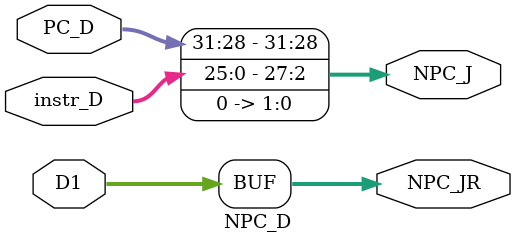
<source format=v>
`timescale 1ns / 1ps
module NPC_D(
	 input [31:0] instr_D,
	 input [31:0] PC_D,
	 input [31:0] D1,
	 output [31:0] NPC_J,
	 output [31:0] NPC_JR
    );
	 
	 assign NPC_J = {PC_D[31:28],instr_D[25:0],2'b00};
	 assign NPC_JR = D1;


endmodule

</source>
